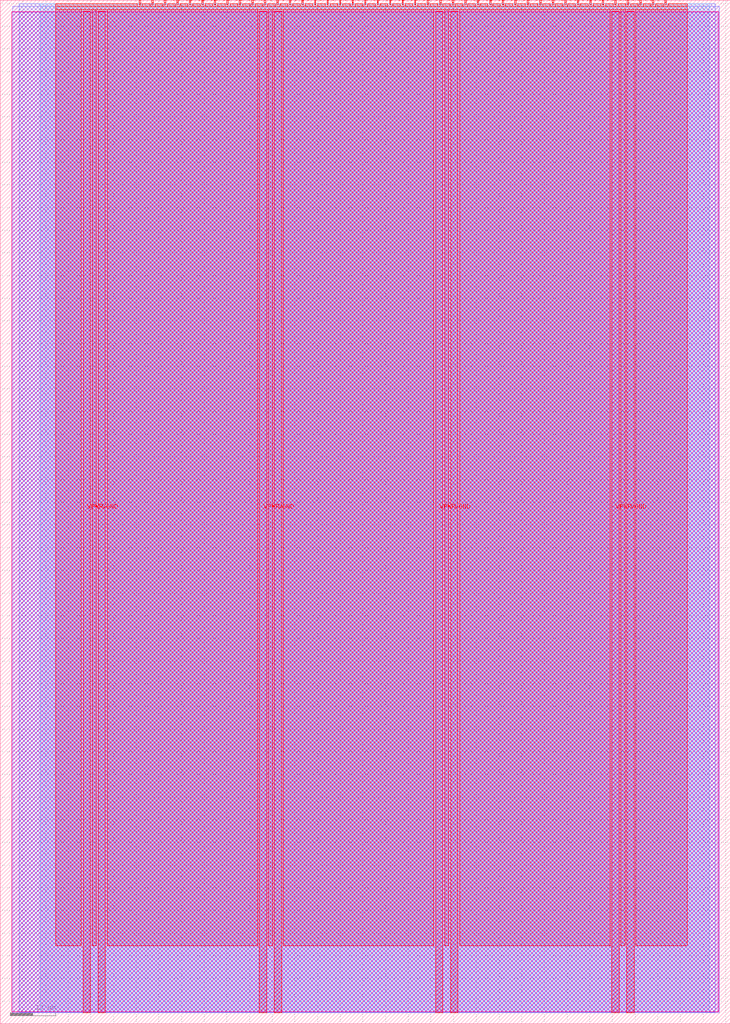
<source format=lef>
VERSION 5.7 ;
  NOWIREEXTENSIONATPIN ON ;
  DIVIDERCHAR "/" ;
  BUSBITCHARS "[]" ;
MACRO tt_um_tiny_ternary_tapeout_csa
  CLASS BLOCK ;
  FOREIGN tt_um_tiny_ternary_tapeout_csa ;
  ORIGIN 0.000 0.000 ;
  SIZE 161.000 BY 225.760 ;
  PIN VGND
    DIRECTION INOUT ;
    USE GROUND ;
    PORT
      LAYER met4 ;
        RECT 21.580 2.480 23.180 223.280 ;
    END
    PORT
      LAYER met4 ;
        RECT 60.450 2.480 62.050 223.280 ;
    END
    PORT
      LAYER met4 ;
        RECT 99.320 2.480 100.920 223.280 ;
    END
    PORT
      LAYER met4 ;
        RECT 138.190 2.480 139.790 223.280 ;
    END
  END VGND
  PIN VPWR
    DIRECTION INOUT ;
    USE POWER ;
    PORT
      LAYER met4 ;
        RECT 18.280 2.480 19.880 223.280 ;
    END
    PORT
      LAYER met4 ;
        RECT 57.150 2.480 58.750 223.280 ;
    END
    PORT
      LAYER met4 ;
        RECT 96.020 2.480 97.620 223.280 ;
    END
    PORT
      LAYER met4 ;
        RECT 134.890 2.480 136.490 223.280 ;
    END
  END VPWR
  PIN clk
    DIRECTION INPUT ;
    USE SIGNAL ;
    ANTENNAGATEAREA 0.852000 ;
    PORT
      LAYER met4 ;
        RECT 143.830 224.760 144.130 225.760 ;
    END
  END clk
  PIN ena
    DIRECTION INPUT ;
    USE SIGNAL ;
    PORT
      LAYER met4 ;
        RECT 146.590 224.760 146.890 225.760 ;
    END
  END ena
  PIN rst_n
    DIRECTION INPUT ;
    USE SIGNAL ;
    ANTENNAGATEAREA 0.213000 ;
    PORT
      LAYER met4 ;
        RECT 141.070 224.760 141.370 225.760 ;
    END
  END rst_n
  PIN ui_in[0]
    DIRECTION INPUT ;
    USE SIGNAL ;
    ANTENNAGATEAREA 0.196500 ;
    PORT
      LAYER met4 ;
        RECT 138.310 224.760 138.610 225.760 ;
    END
  END ui_in[0]
  PIN ui_in[1]
    DIRECTION INPUT ;
    USE SIGNAL ;
    ANTENNAGATEAREA 0.196500 ;
    PORT
      LAYER met4 ;
        RECT 135.550 224.760 135.850 225.760 ;
    END
  END ui_in[1]
  PIN ui_in[2]
    DIRECTION INPUT ;
    USE SIGNAL ;
    ANTENNAGATEAREA 0.196500 ;
    PORT
      LAYER met4 ;
        RECT 132.790 224.760 133.090 225.760 ;
    END
  END ui_in[2]
  PIN ui_in[3]
    DIRECTION INPUT ;
    USE SIGNAL ;
    ANTENNAGATEAREA 0.196500 ;
    PORT
      LAYER met4 ;
        RECT 130.030 224.760 130.330 225.760 ;
    END
  END ui_in[3]
  PIN ui_in[4]
    DIRECTION INPUT ;
    USE SIGNAL ;
    ANTENNAGATEAREA 0.196500 ;
    PORT
      LAYER met4 ;
        RECT 127.270 224.760 127.570 225.760 ;
    END
  END ui_in[4]
  PIN ui_in[5]
    DIRECTION INPUT ;
    USE SIGNAL ;
    ANTENNAGATEAREA 0.196500 ;
    PORT
      LAYER met4 ;
        RECT 124.510 224.760 124.810 225.760 ;
    END
  END ui_in[5]
  PIN ui_in[6]
    DIRECTION INPUT ;
    USE SIGNAL ;
    ANTENNAGATEAREA 0.196500 ;
    PORT
      LAYER met4 ;
        RECT 121.750 224.760 122.050 225.760 ;
    END
  END ui_in[6]
  PIN ui_in[7]
    DIRECTION INPUT ;
    USE SIGNAL ;
    ANTENNAGATEAREA 0.196500 ;
    PORT
      LAYER met4 ;
        RECT 118.990 224.760 119.290 225.760 ;
    END
  END ui_in[7]
  PIN uio_in[0]
    DIRECTION INPUT ;
    USE SIGNAL ;
    PORT
      LAYER met4 ;
        RECT 116.230 224.760 116.530 225.760 ;
    END
  END uio_in[0]
  PIN uio_in[1]
    DIRECTION INPUT ;
    USE SIGNAL ;
    PORT
      LAYER met4 ;
        RECT 113.470 224.760 113.770 225.760 ;
    END
  END uio_in[1]
  PIN uio_in[2]
    DIRECTION INPUT ;
    USE SIGNAL ;
    PORT
      LAYER met4 ;
        RECT 110.710 224.760 111.010 225.760 ;
    END
  END uio_in[2]
  PIN uio_in[3]
    DIRECTION INPUT ;
    USE SIGNAL ;
    PORT
      LAYER met4 ;
        RECT 107.950 224.760 108.250 225.760 ;
    END
  END uio_in[3]
  PIN uio_in[4]
    DIRECTION INPUT ;
    USE SIGNAL ;
    ANTENNAGATEAREA 0.196500 ;
    PORT
      LAYER met4 ;
        RECT 105.190 224.760 105.490 225.760 ;
    END
  END uio_in[4]
  PIN uio_in[5]
    DIRECTION INPUT ;
    USE SIGNAL ;
    ANTENNAGATEAREA 0.196500 ;
    PORT
      LAYER met4 ;
        RECT 102.430 224.760 102.730 225.760 ;
    END
  END uio_in[5]
  PIN uio_in[6]
    DIRECTION INPUT ;
    USE SIGNAL ;
    ANTENNAGATEAREA 0.196500 ;
    PORT
      LAYER met4 ;
        RECT 99.670 224.760 99.970 225.760 ;
    END
  END uio_in[6]
  PIN uio_in[7]
    DIRECTION INPUT ;
    USE SIGNAL ;
    ANTENNAGATEAREA 0.196500 ;
    PORT
      LAYER met4 ;
        RECT 96.910 224.760 97.210 225.760 ;
    END
  END uio_in[7]
  PIN uio_oe[0]
    DIRECTION OUTPUT ;
    USE SIGNAL ;
    PORT
      LAYER met4 ;
        RECT 49.990 224.760 50.290 225.760 ;
    END
  END uio_oe[0]
  PIN uio_oe[1]
    DIRECTION OUTPUT ;
    USE SIGNAL ;
    PORT
      LAYER met4 ;
        RECT 47.230 224.760 47.530 225.760 ;
    END
  END uio_oe[1]
  PIN uio_oe[2]
    DIRECTION OUTPUT ;
    USE SIGNAL ;
    PORT
      LAYER met4 ;
        RECT 44.470 224.760 44.770 225.760 ;
    END
  END uio_oe[2]
  PIN uio_oe[3]
    DIRECTION OUTPUT ;
    USE SIGNAL ;
    PORT
      LAYER met4 ;
        RECT 41.710 224.760 42.010 225.760 ;
    END
  END uio_oe[3]
  PIN uio_oe[4]
    DIRECTION OUTPUT ;
    USE SIGNAL ;
    PORT
      LAYER met4 ;
        RECT 38.950 224.760 39.250 225.760 ;
    END
  END uio_oe[4]
  PIN uio_oe[5]
    DIRECTION OUTPUT ;
    USE SIGNAL ;
    PORT
      LAYER met4 ;
        RECT 36.190 224.760 36.490 225.760 ;
    END
  END uio_oe[5]
  PIN uio_oe[6]
    DIRECTION OUTPUT ;
    USE SIGNAL ;
    PORT
      LAYER met4 ;
        RECT 33.430 224.760 33.730 225.760 ;
    END
  END uio_oe[6]
  PIN uio_oe[7]
    DIRECTION OUTPUT ;
    USE SIGNAL ;
    PORT
      LAYER met4 ;
        RECT 30.670 224.760 30.970 225.760 ;
    END
  END uio_oe[7]
  PIN uio_out[0]
    DIRECTION OUTPUT ;
    USE SIGNAL ;
    ANTENNADIFFAREA 0.795200 ;
    PORT
      LAYER met4 ;
        RECT 72.070 224.760 72.370 225.760 ;
    END
  END uio_out[0]
  PIN uio_out[1]
    DIRECTION OUTPUT ;
    USE SIGNAL ;
    ANTENNADIFFAREA 0.445500 ;
    PORT
      LAYER met4 ;
        RECT 69.310 224.760 69.610 225.760 ;
    END
  END uio_out[1]
  PIN uio_out[2]
    DIRECTION OUTPUT ;
    USE SIGNAL ;
    ANTENNADIFFAREA 0.445500 ;
    PORT
      LAYER met4 ;
        RECT 66.550 224.760 66.850 225.760 ;
    END
  END uio_out[2]
  PIN uio_out[3]
    DIRECTION OUTPUT ;
    USE SIGNAL ;
    ANTENNADIFFAREA 0.445500 ;
    PORT
      LAYER met4 ;
        RECT 63.790 224.760 64.090 225.760 ;
    END
  END uio_out[3]
  PIN uio_out[4]
    DIRECTION OUTPUT ;
    USE SIGNAL ;
    PORT
      LAYER met4 ;
        RECT 61.030 224.760 61.330 225.760 ;
    END
  END uio_out[4]
  PIN uio_out[5]
    DIRECTION OUTPUT ;
    USE SIGNAL ;
    PORT
      LAYER met4 ;
        RECT 58.270 224.760 58.570 225.760 ;
    END
  END uio_out[5]
  PIN uio_out[6]
    DIRECTION OUTPUT ;
    USE SIGNAL ;
    PORT
      LAYER met4 ;
        RECT 55.510 224.760 55.810 225.760 ;
    END
  END uio_out[6]
  PIN uio_out[7]
    DIRECTION OUTPUT ;
    USE SIGNAL ;
    PORT
      LAYER met4 ;
        RECT 52.750 224.760 53.050 225.760 ;
    END
  END uio_out[7]
  PIN uo_out[0]
    DIRECTION OUTPUT ;
    USE SIGNAL ;
    ANTENNADIFFAREA 0.795200 ;
    PORT
      LAYER met4 ;
        RECT 94.150 224.760 94.450 225.760 ;
    END
  END uo_out[0]
  PIN uo_out[1]
    DIRECTION OUTPUT ;
    USE SIGNAL ;
    ANTENNADIFFAREA 0.445500 ;
    PORT
      LAYER met4 ;
        RECT 91.390 224.760 91.690 225.760 ;
    END
  END uo_out[1]
  PIN uo_out[2]
    DIRECTION OUTPUT ;
    USE SIGNAL ;
    ANTENNADIFFAREA 0.445500 ;
    PORT
      LAYER met4 ;
        RECT 88.630 224.760 88.930 225.760 ;
    END
  END uo_out[2]
  PIN uo_out[3]
    DIRECTION OUTPUT ;
    USE SIGNAL ;
    ANTENNADIFFAREA 0.445500 ;
    PORT
      LAYER met4 ;
        RECT 85.870 224.760 86.170 225.760 ;
    END
  END uo_out[3]
  PIN uo_out[4]
    DIRECTION OUTPUT ;
    USE SIGNAL ;
    ANTENNADIFFAREA 0.445500 ;
    PORT
      LAYER met4 ;
        RECT 83.110 224.760 83.410 225.760 ;
    END
  END uo_out[4]
  PIN uo_out[5]
    DIRECTION OUTPUT ;
    USE SIGNAL ;
    ANTENNADIFFAREA 0.445500 ;
    PORT
      LAYER met4 ;
        RECT 80.350 224.760 80.650 225.760 ;
    END
  END uo_out[5]
  PIN uo_out[6]
    DIRECTION OUTPUT ;
    USE SIGNAL ;
    ANTENNADIFFAREA 0.445500 ;
    PORT
      LAYER met4 ;
        RECT 77.590 224.760 77.890 225.760 ;
    END
  END uo_out[6]
  PIN uo_out[7]
    DIRECTION OUTPUT ;
    USE SIGNAL ;
    ANTENNADIFFAREA 0.795200 ;
    PORT
      LAYER met4 ;
        RECT 74.830 224.760 75.130 225.760 ;
    END
  END uo_out[7]
  OBS
      LAYER nwell ;
        RECT 2.570 2.635 158.430 223.230 ;
      LAYER li1 ;
        RECT 2.760 2.635 158.240 223.125 ;
      LAYER met1 ;
        RECT 2.760 2.480 158.540 224.360 ;
      LAYER met2 ;
        RECT 4.240 2.535 157.680 224.925 ;
      LAYER met3 ;
        RECT 8.805 2.555 156.335 224.905 ;
      LAYER met4 ;
        RECT 12.255 224.360 30.270 224.905 ;
        RECT 31.370 224.360 33.030 224.905 ;
        RECT 34.130 224.360 35.790 224.905 ;
        RECT 36.890 224.360 38.550 224.905 ;
        RECT 39.650 224.360 41.310 224.905 ;
        RECT 42.410 224.360 44.070 224.905 ;
        RECT 45.170 224.360 46.830 224.905 ;
        RECT 47.930 224.360 49.590 224.905 ;
        RECT 50.690 224.360 52.350 224.905 ;
        RECT 53.450 224.360 55.110 224.905 ;
        RECT 56.210 224.360 57.870 224.905 ;
        RECT 58.970 224.360 60.630 224.905 ;
        RECT 61.730 224.360 63.390 224.905 ;
        RECT 64.490 224.360 66.150 224.905 ;
        RECT 67.250 224.360 68.910 224.905 ;
        RECT 70.010 224.360 71.670 224.905 ;
        RECT 72.770 224.360 74.430 224.905 ;
        RECT 75.530 224.360 77.190 224.905 ;
        RECT 78.290 224.360 79.950 224.905 ;
        RECT 81.050 224.360 82.710 224.905 ;
        RECT 83.810 224.360 85.470 224.905 ;
        RECT 86.570 224.360 88.230 224.905 ;
        RECT 89.330 224.360 90.990 224.905 ;
        RECT 92.090 224.360 93.750 224.905 ;
        RECT 94.850 224.360 96.510 224.905 ;
        RECT 97.610 224.360 99.270 224.905 ;
        RECT 100.370 224.360 102.030 224.905 ;
        RECT 103.130 224.360 104.790 224.905 ;
        RECT 105.890 224.360 107.550 224.905 ;
        RECT 108.650 224.360 110.310 224.905 ;
        RECT 111.410 224.360 113.070 224.905 ;
        RECT 114.170 224.360 115.830 224.905 ;
        RECT 116.930 224.360 118.590 224.905 ;
        RECT 119.690 224.360 121.350 224.905 ;
        RECT 122.450 224.360 124.110 224.905 ;
        RECT 125.210 224.360 126.870 224.905 ;
        RECT 127.970 224.360 129.630 224.905 ;
        RECT 130.730 224.360 132.390 224.905 ;
        RECT 133.490 224.360 135.150 224.905 ;
        RECT 136.250 224.360 137.910 224.905 ;
        RECT 139.010 224.360 140.670 224.905 ;
        RECT 141.770 224.360 143.430 224.905 ;
        RECT 144.530 224.360 146.190 224.905 ;
        RECT 147.290 224.360 151.505 224.905 ;
        RECT 12.255 223.680 151.505 224.360 ;
        RECT 12.255 17.175 17.880 223.680 ;
        RECT 20.280 17.175 21.180 223.680 ;
        RECT 23.580 17.175 56.750 223.680 ;
        RECT 59.150 17.175 60.050 223.680 ;
        RECT 62.450 17.175 95.620 223.680 ;
        RECT 98.020 17.175 98.920 223.680 ;
        RECT 101.320 17.175 134.490 223.680 ;
        RECT 136.890 17.175 137.790 223.680 ;
        RECT 140.190 17.175 151.505 223.680 ;
  END
END tt_um_tiny_ternary_tapeout_csa
END LIBRARY


</source>
